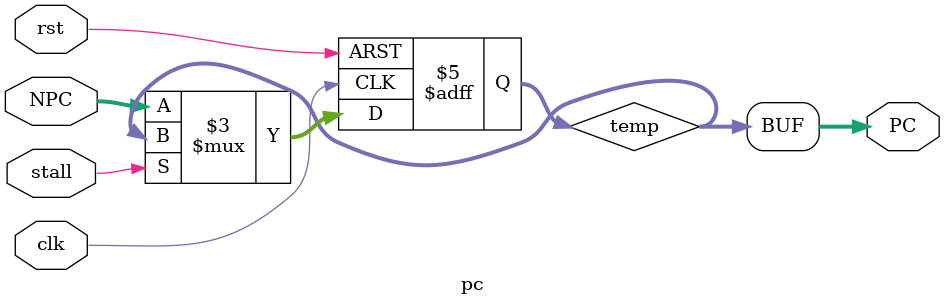
<source format=v>
module pc(
          input [31:0] NPC,
          input clk,
          input rst,
          input stall,
          output [31:0] PC);
    
    reg [31:0] temp;
    
    always@(posedge clk or posedge rst)
    begin
        if (rst) temp <= 32'h00003000;
        else if (stall == 0)
            temp <= NPC;
    end
    
    assign PC = temp;
    
endmodule

</source>
